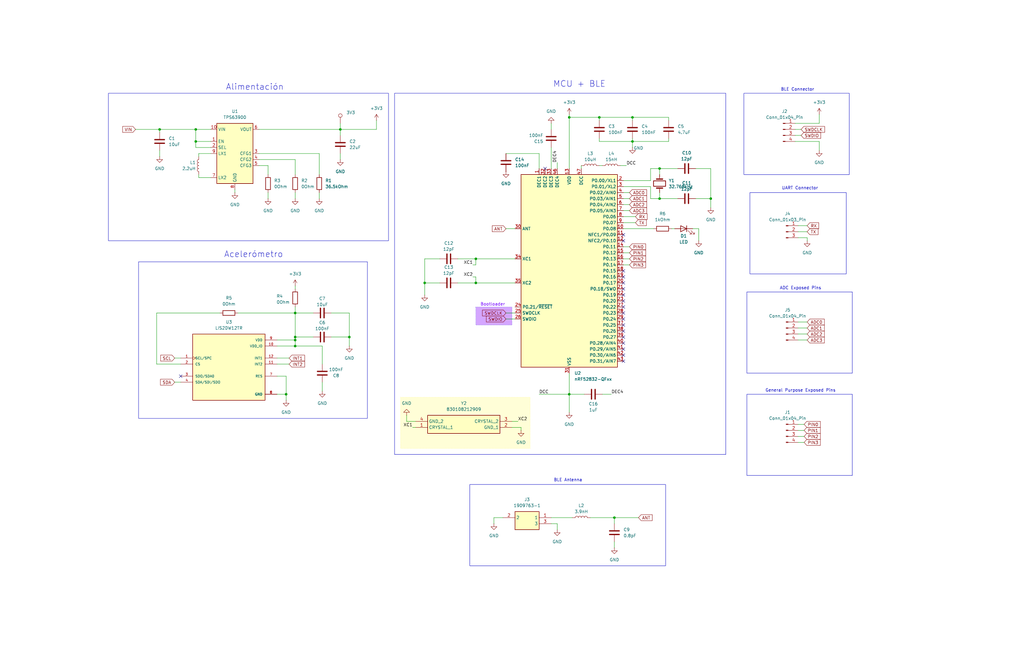
<source format=kicad_sch>
(kicad_sch (version 20231120) (generator "eeschema") (generator_version "8.0")
  (paper "B")
  (lib_symbols
    (symbol "1909763:1909763-1"
      (property "Reference" "J" (at 16.51 7.62 0))
      (property "Value" "1909763-1" (at 16.51 5.08 0))
      (symbol "1909763-1_1_1"
        (pin passive line (at 20.32 0 180) (length 5.08) (name "1") (number "1"))
        (pin passive line (at 0 0 0) (length 5.08) (name "2") (number "2"))
        (pin passive line (at 20.32 -2.54 180) (length 5.08) (name "3") (number "3"))
      )
    )
    (symbol "830108212909:830108212909"
      (property "Reference" "Y" (at 36.83 7.62 0))
      (property "Value" "830108212909" (at 36.83 5.08 0))
      (symbol "830108212909_1_1"
        (pin passive line (at 0 -2.54 0) (length 5.08) (name "CRYSTAL_1") (number "1"))
        (pin passive line (at 40.64 -2.54 180) (length 5.08) (name "GND_1") (number "2"))
        (pin passive line (at 40.64 0 180) (length 5.08) (name "CRYSTAL_2") (number "3"))
        (pin passive line (at 0 0 0) (length 5.08) (name "GND_2") (number "4"))
      )
    )
    (symbol "Connector:Conn_01x03_Pin" (pin_names (offset 1.016) hide)
      (property "Reference" "J" (at 0 5.08 0))
      (property "Value" "Conn_01x03_Pin" (at 0 -5.08 0))
      (symbol "Conn_01x03_Pin_1_1"
        (pin passive line (at 5.08 2.54 180) (length 3.81) (name "Pin_1") (number "1"))
        (pin passive line (at 5.08 0 180) (length 3.81) (name "Pin_2") (number "2"))
        (pin passive line (at 5.08 -2.54 180) (length 3.81) (name "Pin_3") (number "3"))
      )
    )
    (symbol "Connector:Conn_01x04_Pin" (pin_names (offset 1.016) hide)
      (property "Reference" "J" (at 0 5.08 0))
      (property "Value" "Conn_01x04_Pin" (at 0 -7.62 0))
      (symbol "Conn_01x04_Pin_1_1"
        (pin passive line (at 5.08 2.54 180) (length 3.81) (name "Pin_1") (number "1"))
        (pin passive line (at 5.08 0 180) (length 3.81) (name "Pin_2") (number "2"))
        (pin passive line (at 5.08 -2.54 180) (length 3.81) (name "Pin_3") (number "3"))
        (pin passive line (at 5.08 -5.08 180) (length 3.81) (name "Pin_4") (number "4"))
      )
    )
    (symbol "Connector:TestPoint" (pin_numbers hide) (pin_names (offset 0.762) hide)
      (property "Reference" "TP" (at 0 6.858 0))
      (property "Value" "TestPoint" (at 0 5.08 0))
      (symbol "TestPoint_1_1"
        (pin passive line (at 0 0 90) (length 2.54) (name "1") (number "1"))
      )
    )
    (symbol "Device:C" (pin_numbers hide) (pin_names (offset 0.254))
      (property "Reference" "C" (at 0.635 2.54 0))
      (property "Value" "C" (at 0.635 -2.54 0))
      (symbol "C_1_1"
        (pin passive line (at 0 3.81 270) (length 2.794) (name "~") (number "1"))
        (pin passive line (at 0 -3.81 90) (length 2.794) (name "~") (number "2"))
      )
    )
    (symbol "Device:Crystal" (pin_numbers hide) (pin_names (offset 1.016) hide)
      (property "Reference" "Y" (at 0 3.81 0))
      (property "Value" "Crystal" (at 0 -3.81 0))
      (symbol "Crystal_1_1"
        (pin passive line (at -3.81 0 0) (length 1.27) (name "1") (number "1"))
        (pin passive line (at 3.81 0 180) (length 1.27) (name "2") (number "2"))
      )
    )
    (symbol "Device:L" (pin_numbers hide) (pin_names (offset 1.016) hide)
      (property "Reference" "L" (at -1.27 0 90))
      (property "Value" "L" (at 1.905 0 90))
      (symbol "L_1_1"
        (pin passive line (at 0 3.81 270) (length 1.27) (name "1") (number "1"))
        (pin passive line (at 0 -3.81 90) (length 1.27) (name "2") (number "2"))
      )
    )
    (symbol "Device:LED" (pin_numbers hide) (pin_names (offset 1.016) hide)
      (property "Reference" "D" (at 0 2.54 0))
      (property "Value" "LED" (at 0 -2.54 0))
      (symbol "LED_1_1"
        (pin passive line (at -3.81 0 0) (length 2.54) (name "K") (number "1"))
        (pin passive line (at 3.81 0 180) (length 2.54) (name "A") (number "2"))
      )
    )
    (symbol "Device:R" (pin_numbers hide) (pin_names (offset 0))
      (property "Reference" "R" (at 2.032 0 90))
      (property "Value" "R" (at 0 0 90))
      (symbol "R_1_1"
        (pin passive line (at 0 3.81 270) (length 1.27) (name "~") (number "1"))
        (pin passive line (at 0 -3.81 90) (length 1.27) (name "~") (number "2"))
      )
    )
    (symbol "LIS2DW12TR:LIS2DW12TR" (pin_names (offset 1.016))
      (property "Reference" "U" (at -15.2439 12.7032 0))
      (property "Value" "LIS2DW12TR" (at -15.2494 -17.7909 0))
      (symbol "LIS2DW12TR_0_0"
        (pin input clock (at -20.32 2.54 0) (length 5.08) (name "SCL/SPC") (number "1"))
        (pin power_in line (at 20.32 7.62 180) (length 5.08) (name "VDD_IO") (number "10"))
        (pin output line (at 20.32 0 180) (length 5.08) (name "INT2") (number "11"))
        (pin output line (at 20.32 2.54 180) (length 5.08) (name "INT1") (number "12"))
        (pin input line (at -20.32 0 0) (length 5.08) (name "CS") (number "2"))
        (pin bidirectional line (at -20.32 -5.08 0) (length 5.08) (name "SDO/SDA0") (number "3"))
        (pin bidirectional line (at -20.32 -7.62 0) (length 5.08) (name "SDA/SDI/SDO") (number "4"))
        (pin power_in line (at 20.32 -12.7 180) (length 5.08) (name "GND") (number "6"))
        (pin passive line (at 20.32 -5.08 180) (length 5.08) (name "RES") (number "7"))
        (pin power_in line (at 20.32 -12.7 180) (length 5.08) (name "GND") (number "8"))
        (pin power_in line (at 20.32 10.16 180) (length 5.08) (name "VDD") (number "9"))
      )
    )
    (symbol "MCU_Nordic:nRF52832-QFxx"
      (property "Reference" "U" (at 0 1.27 0))
      (property "Value" "nRF52832-QFxx" (at 0 -1.27 0))
      (symbol "nRF52832-QFxx_1_1"
        (pin passive line (at -12.7 43.18 270) (length 2.54) (name "DEC1") (number "1"))
        (pin bidirectional line (at 22.86 17.78 180) (length 2.54) (name "P0.08") (number "10"))
        (pin bidirectional line (at 22.86 15.24 180) (length 2.54) (name "NFC1/P0.09") (number "11"))
        (pin bidirectional line (at 22.86 12.7 180) (length 2.54) (name "NFC2/P0.10") (number "12"))
        (pin power_in line (at 0 43.18 270) (length 2.54) (name "VDD") (number "13"))
        (pin bidirectional line (at 22.86 10.16 180) (length 2.54) (name "P0.11") (number "14"))
        (pin bidirectional line (at 22.86 7.62 180) (length 2.54) (name "P0.12") (number "15"))
        (pin bidirectional line (at 22.86 5.08 180) (length 2.54) (name "P0.13") (number "16"))
        (pin bidirectional line (at 22.86 2.54 180) (length 2.54) (name "P0.14") (number "17"))
        (pin bidirectional line (at 22.86 0 180) (length 2.54) (name "P0.15") (number "18"))
        (pin bidirectional line (at 22.86 -2.54 180) (length 2.54) (name "P0.16") (number "19"))
        (pin bidirectional line (at 22.86 38.1 180) (length 2.54) (name "P0.00/XL1") (number "2"))
        (pin bidirectional line (at 22.86 -5.08 180) (length 2.54) (name "P0.17") (number "20"))
        (pin bidirectional line (at 22.86 -7.62 180) (length 2.54) (name "P0.18/SWO") (number "21"))
        (pin bidirectional line (at 22.86 -10.16 180) (length 2.54) (name "P0.19") (number "22"))
        (pin bidirectional line (at 22.86 -12.7 180) (length 2.54) (name "P0.20") (number "23"))
        (pin bidirectional line (at -22.86 -15.24 0) (length 2.54) (name "P0.21/~{RESET}") (number "24"))
        (pin input line (at -22.86 -17.78 0) (length 2.54) (name "SWDCLK") (number "25"))
        (pin bidirectional line (at -22.86 -20.32 0) (length 2.54) (name "SWDIO") (number "26"))
        (pin bidirectional line (at 22.86 -15.24 180) (length 2.54) (name "P0.22") (number "27"))
        (pin bidirectional line (at 22.86 -17.78 180) (length 2.54) (name "P0.23") (number "28"))
        (pin bidirectional line (at 22.86 -20.32 180) (length 2.54) (name "P0.24") (number "29"))
        (pin bidirectional line (at 22.86 35.56 180) (length 2.54) (name "P0.01/XL2") (number "3"))
        (pin passive line (at -22.86 17.78 0) (length 2.54) (name "ANT") (number "30"))
        (pin power_in line (at 0 -43.18 90) (length 2.54) (name "VSS") (number "31"))
        (pin passive line (at -10.16 43.18 270) (length 2.54) (name "DEC2") (number "32"))
        (pin passive line (at -7.62 43.18 270) (length 2.54) (name "DEC3") (number "33"))
        (pin input line (at -22.86 5.08 0) (length 2.54) (name "XC1") (number "34"))
        (pin input line (at -22.86 -5.08 0) (length 2.54) (name "XC2") (number "35"))
        (pin passive line (at 0 43.18 270) (length 2.54) hide (name "VDD") (number "36"))
        (pin bidirectional line (at 22.86 -22.86 180) (length 2.54) (name "P0.25") (number "37"))
        (pin bidirectional line (at 22.86 -25.4 180) (length 2.54) (name "P0.26") (number "38"))
        (pin bidirectional line (at 22.86 -27.94 180) (length 2.54) (name "P0.27") (number "39"))
        (pin bidirectional line (at 22.86 33.02 180) (length 2.54) (name "P0.02/AIN0") (number "4"))
        (pin bidirectional line (at 22.86 -30.48 180) (length 2.54) (name "P0.28/AIN4") (number "40"))
        (pin bidirectional line (at 22.86 -33.02 180) (length 2.54) (name "P0.29/AIN5") (number "41"))
        (pin bidirectional line (at 22.86 -35.56 180) (length 2.54) (name "P0.30/AIN6") (number "42"))
        (pin bidirectional line (at 22.86 -38.1 180) (length 2.54) (name "P0.31/AIN7") (number "43"))
        (pin no_connect line (at -20.32 -30.48 0) (length 2.54) hide (name "NC") (number "44"))
        (pin passive line (at 0 -43.18 90) (length 2.54) hide (name "VSS") (number "45"))
        (pin passive line (at -5.08 43.18 270) (length 2.54) (name "DEC4") (number "46"))
        (pin power_out line (at 5.08 43.18 270) (length 2.54) (name "DCC") (number "47"))
        (pin passive line (at 0 43.18 270) (length 2.54) hide (name "VDD") (number "48"))
        (pin passive line (at 0 -43.18 90) (length 2.54) hide (name "VSS") (number "49"))
        (pin bidirectional line (at 22.86 30.48 180) (length 2.54) (name "P0.03/AIN1") (number "5"))
        (pin bidirectional line (at 22.86 27.94 180) (length 2.54) (name "P0.04/AIN2") (number "6"))
        (pin bidirectional line (at 22.86 25.4 180) (length 2.54) (name "P0.05/AIN3") (number "7"))
        (pin bidirectional line (at 22.86 22.86 180) (length 2.54) (name "P0.06") (number "8"))
        (pin bidirectional line (at 22.86 20.32 180) (length 2.54) (name "P0.07") (number "9"))
      )
    )
    (symbol "Regulator_Switching:TPS63900"
      (property "Reference" "U" (at -7.62 13.97 0))
      (property "Value" "TPS63900" (at 5.08 13.97 0))
      (symbol "TPS63900_1_1"
        (pin input line (at -10.16 5.08 0) (length 2.54) (name "EN") (number "1"))
        (pin power_in line (at -10.16 10.16 0) (length 2.54) (name "VIN") (number "10"))
        (pin passive line (at 0 -15.24 90) (length 2.54) hide (name "GND") (number "11"))
        (pin input line (at -10.16 2.54 0) (length 2.54) (name "SEL") (number "2"))
        (pin input line (at 10.16 0 180) (length 2.54) (name "CFG1") (number "3"))
        (pin input line (at 10.16 -2.54 180) (length 2.54) (name "CFG2") (number "4"))
        (pin input line (at 10.16 -5.08 180) (length 2.54) (name "CFG3") (number "5"))
        (pin power_out line (at 10.16 10.16 180) (length 2.54) (name "VOUT") (number "6"))
        (pin input line (at -10.16 -10.16 0) (length 2.54) (name "LX2") (number "7"))
        (pin power_in line (at 0 -15.24 90) (length 2.54) (name "GND") (number "8"))
        (pin input line (at -10.16 0 0) (length 2.54) (name "LX1") (number "9"))
      )
    )
    (symbol "power:+3V3" (power) (pin_numbers hide) (pin_names (offset 0) hide)
      (property "Value" "+3V3" (at 0 3.556 0))
      (symbol "+3V3_1_1"
        (pin power_in line (at 0 0 90) (length 0) (name "~") (number "1"))
      )
    )
    (symbol "power:GND" (power) (pin_numbers hide) (pin_names (offset 0) hide)
      (property "Value" "GND" (at 0 -3.81 0))
      (symbol "GND_1_1"
        (pin power_in line (at 0 0 270) (length 0) (name "~") (number "1"))
      )
    )
  )
  (junction (at 299.72 83.82))
  (junction (at 252.73 49.53))
  (junction (at 124.46 143.51))
  (junction (at 200.66 119.38))
  (junction (at 266.7 59.69))
  (junction (at 124.46 142.24))
  (junction (at 143.51 54.61))
  (junction (at 147.32 142.24))
  (junction (at 179.07 119.38))
  (junction (at 82.55 59.69))
  (junction (at 124.46 146.05))
  (junction (at 266.7 49.53))
  (junction (at 67.31 54.61))
  (junction (at 200.66 109.22))
  (junction (at 240.03 166.37))
  (junction (at 278.13 71.12))
  (junction (at 240.03 49.53))
  (junction (at 259.08 218.44))
  (junction (at 120.65 166.37))
  (junction (at 124.46 132.08))
  (junction (at 82.55 54.61))
  (junction (at 278.13 83.82))
  (no_connect (at 229.87 71.12))
  (no_connect (at 262.89 129.54))
  (no_connect (at 262.89 137.16))
  (no_connect (at 262.89 124.46))
  (no_connect (at 262.89 127))
  (no_connect (at 262.89 144.78))
  (no_connect (at 262.89 139.7))
  (no_connect (at 262.89 134.62))
  (no_connect (at 262.89 101.6))
  (no_connect (at 76.2 158.75))
  (no_connect (at 262.89 119.38))
  (no_connect (at 262.89 149.86))
  (no_connect (at 262.89 116.84))
  (no_connect (at 262.89 114.3))
  (no_connect (at 262.89 132.08))
  (no_connect (at 262.89 152.4))
  (no_connect (at 262.89 142.24))
  (no_connect (at 262.89 121.92))
  (no_connect (at 262.89 99.06))
  (no_connect (at 262.89 147.32))
  (wire (pts (xy 124.46 129.54) (xy 124.46 132.08)))
  (wire (pts (xy 88.9 74.93) (xy 83.82 74.93)))
  (wire (pts (xy 294.64 96.52) (xy 294.64 101.6)))
  (wire (pts (xy 240.03 166.37) (xy 240.03 173.99)))
  (wire (pts (xy 199.39 116.84) (xy 200.66 116.84)))
  (wire (pts (xy 124.46 142.24) (xy 124.46 143.51)))
  (wire (pts (xy 212.09 218.44) (xy 208.28 218.44)))
  (wire (pts (xy 262.89 96.52) (xy 275.59 96.52)))
  (wire (pts (xy 261.62 69.85) (xy 264.16 69.85)))
  (wire (pts (xy 135.89 161.29) (xy 135.89 165.1)))
  (wire (pts (xy 232.41 220.98) (xy 234.95 220.98)))
  (wire (pts (xy 73.66 151.13) (xy 76.2 151.13)))
  (wire (pts (xy 340.36 100.33) (xy 340.36 101.6)))
  (wire (pts (xy 158.75 50.8) (xy 158.75 54.61)))
  (wire (pts (xy 281.94 58.42) (xy 281.94 59.69)))
  (wire (pts (xy 139.7 142.24) (xy 147.32 142.24)))
  (wire (pts (xy 82.55 54.61) (xy 88.9 54.61)))
  (wire (pts (xy 143.51 64.77) (xy 143.51 67.31)))
  (wire (pts (xy 299.72 83.82) (xy 299.72 87.63)))
  (wire (pts (xy 259.08 228.6) (xy 259.08 231.14)))
  (wire (pts (xy 262.89 83.82) (xy 265.43 83.82)))
  (wire (pts (xy 336.55 95.25) (xy 340.36 95.25)))
  (wire (pts (xy 227.33 71.12) (xy 227.33 64.77)))
  (wire (pts (xy 262.89 93.98) (xy 267.97 93.98)))
  (wire (pts (xy 274.32 76.2) (xy 274.32 71.12)))
  (wire (pts (xy 262.89 91.44) (xy 267.97 91.44)))
  (wire (pts (xy 83.82 74.93) (xy 83.82 73.66)))
  (wire (pts (xy 257.81 166.37) (xy 254 166.37)))
  (wire (pts (xy 336.55 138.43) (xy 340.36 138.43)))
  (wire (pts (xy 245.11 71.12) (xy 245.11 69.85)))
  (wire (pts (xy 124.46 142.24) (xy 132.08 142.24)))
  (wire (pts (xy 252.73 49.53) (xy 240.03 49.53)))
  (wire (pts (xy 252.73 69.85) (xy 254 69.85)))
  (wire (pts (xy 124.46 146.05) (xy 124.46 143.51)))
  (wire (pts (xy 100.33 132.08) (xy 124.46 132.08)))
  (wire (pts (xy 113.03 81.28) (xy 113.03 83.82)))
  (wire (pts (xy 274.32 71.12) (xy 278.13 71.12)))
  (wire (pts (xy 252.73 59.69) (xy 266.7 59.69)))
  (wire (pts (xy 88.9 59.69) (xy 82.55 59.69)))
  (wire (pts (xy 124.46 120.65) (xy 124.46 121.92)))
  (wire (pts (xy 147.32 132.08) (xy 147.32 142.24)))
  (wire (pts (xy 213.36 132.08) (xy 217.17 132.08)))
  (wire (pts (xy 345.44 52.07) (xy 345.44 48.26)))
  (wire (pts (xy 124.46 132.08) (xy 132.08 132.08)))
  (wire (pts (xy 278.13 71.12) (xy 285.75 71.12)))
  (wire (pts (xy 259.08 218.44) (xy 269.24 218.44)))
  (wire (pts (xy 82.55 62.23) (xy 82.55 59.69)))
  (wire (pts (xy 262.89 104.14) (xy 265.43 104.14)))
  (wire (pts (xy 278.13 83.82) (xy 278.13 81.28)))
  (wire (pts (xy 185.42 119.38) (xy 179.07 119.38)))
  (wire (pts (xy 200.66 116.84) (xy 200.66 119.38)))
  (wire (pts (xy 116.84 151.13) (xy 121.92 151.13)))
  (wire (pts (xy 143.51 52.07) (xy 143.51 54.61)))
  (wire (pts (xy 215.9 177.8) (xy 218.44 177.8)))
  (wire (pts (xy 336.55 135.89) (xy 340.36 135.89)))
  (wire (pts (xy 262.89 106.68) (xy 265.43 106.68)))
  (wire (pts (xy 109.22 69.85) (xy 113.03 69.85)))
  (wire (pts (xy 345.44 59.69) (xy 345.44 63.5)))
  (wire (pts (xy 116.84 158.75) (xy 120.65 158.75)))
  (wire (pts (xy 143.51 54.61) (xy 143.51 57.15)))
  (wire (pts (xy 66.04 153.67) (xy 66.04 132.08)))
  (wire (pts (xy 227.33 166.37) (xy 240.03 166.37)))
  (wire (pts (xy 262.89 81.28) (xy 265.43 81.28)))
  (wire (pts (xy 193.04 109.22) (xy 200.66 109.22)))
  (wire (pts (xy 73.66 161.29) (xy 76.2 161.29)))
  (wire (pts (xy 124.46 132.08) (xy 124.46 142.24)))
  (wire (pts (xy 335.28 57.15) (xy 337.82 57.15)))
  (wire (pts (xy 262.89 86.36) (xy 265.43 86.36)))
  (wire (pts (xy 67.31 63.5) (xy 67.31 66.04)))
  (wire (pts (xy 67.31 54.61) (xy 82.55 54.61)))
  (wire (pts (xy 240.03 48.26) (xy 240.03 49.53)))
  (wire (pts (xy 199.39 111.76) (xy 200.66 111.76)))
  (wire (pts (xy 124.46 81.28) (xy 124.46 83.82)))
  (wire (pts (xy 336.55 181.61) (xy 339.09 181.61)))
  (wire (pts (xy 147.32 142.24) (xy 147.32 146.05)))
  (wire (pts (xy 109.22 67.31) (xy 124.46 67.31)))
  (wire (pts (xy 173.99 180.34) (xy 175.26 180.34)))
  (wire (pts (xy 83.82 64.77) (xy 83.82 66.04)))
  (wire (pts (xy 134.62 81.28) (xy 134.62 83.82)))
  (wire (pts (xy 336.55 184.15) (xy 339.09 184.15)))
  (wire (pts (xy 262.89 76.2) (xy 274.32 76.2)))
  (wire (pts (xy 232.41 71.12) (xy 232.41 62.23)))
  (wire (pts (xy 283.21 96.52) (xy 284.48 96.52)))
  (wire (pts (xy 217.17 119.38) (xy 200.66 119.38)))
  (wire (pts (xy 213.36 96.52) (xy 217.17 96.52)))
  (wire (pts (xy 116.84 146.05) (xy 124.46 146.05)))
  (wire (pts (xy 281.94 49.53) (xy 266.7 49.53)))
  (wire (pts (xy 278.13 83.82) (xy 285.75 83.82)))
  (wire (pts (xy 281.94 50.8) (xy 281.94 49.53)))
  (wire (pts (xy 262.89 78.74) (xy 274.32 78.74)))
  (wire (pts (xy 266.7 59.69) (xy 266.7 62.23)))
  (wire (pts (xy 336.55 179.07) (xy 339.09 179.07)))
  (wire (pts (xy 109.22 64.77) (xy 134.62 64.77)))
  (wire (pts (xy 57.15 54.61) (xy 67.31 54.61)))
  (wire (pts (xy 335.28 52.07) (xy 345.44 52.07)))
  (wire (pts (xy 116.84 166.37) (xy 120.65 166.37)))
  (wire (pts (xy 143.51 54.61) (xy 158.75 54.61)))
  (wire (pts (xy 232.41 218.44) (xy 241.3 218.44)))
  (wire (pts (xy 293.37 71.12) (xy 299.72 71.12)))
  (wire (pts (xy 262.89 109.22) (xy 265.43 109.22)))
  (wire (pts (xy 67.31 54.61) (xy 67.31 55.88)))
  (wire (pts (xy 262.89 111.76) (xy 265.43 111.76)))
  (wire (pts (xy 179.07 119.38) (xy 179.07 124.46)))
  (wire (pts (xy 124.46 67.31) (xy 124.46 73.66)))
  (wire (pts (xy 200.66 109.22) (xy 200.66 111.76)))
  (wire (pts (xy 240.03 49.53) (xy 240.03 71.12)))
  (wire (pts (xy 299.72 71.12) (xy 299.72 83.82)))
  (wire (pts (xy 240.03 166.37) (xy 246.38 166.37)))
  (wire (pts (xy 266.7 50.8) (xy 266.7 49.53)))
  (wire (pts (xy 171.45 177.8) (xy 175.26 177.8)))
  (wire (pts (xy 266.7 49.53) (xy 252.73 49.53)))
  (wire (pts (xy 116.84 153.67) (xy 121.92 153.67)))
  (wire (pts (xy 217.17 109.22) (xy 200.66 109.22)))
  (wire (pts (xy 281.94 59.69) (xy 266.7 59.69)))
  (wire (pts (xy 336.55 143.51) (xy 340.36 143.51)))
  (wire (pts (xy 336.55 140.97) (xy 340.36 140.97)))
  (wire (pts (xy 124.46 146.05) (xy 135.89 146.05)))
  (wire (pts (xy 134.62 73.66) (xy 134.62 64.77)))
  (wire (pts (xy 274.32 83.82) (xy 278.13 83.82)))
  (wire (pts (xy 266.7 58.42) (xy 266.7 59.69)))
  (wire (pts (xy 219.71 180.34) (xy 219.71 181.61)))
  (wire (pts (xy 124.46 143.51) (xy 116.84 143.51)))
  (wire (pts (xy 336.55 186.69) (xy 339.09 186.69)))
  (wire (pts (xy 293.37 83.82) (xy 299.72 83.82)))
  (wire (pts (xy 262.89 88.9) (xy 265.43 88.9)))
  (wire (pts (xy 335.28 54.61) (xy 337.82 54.61)))
  (wire (pts (xy 234.95 220.98) (xy 234.95 223.52)))
  (wire (pts (xy 240.03 157.48) (xy 240.03 166.37)))
  (wire (pts (xy 336.55 97.79) (xy 340.36 97.79)))
  (wire (pts (xy 232.41 52.07) (xy 232.41 54.61)))
  (wire (pts (xy 120.65 158.75) (xy 120.65 166.37)))
  (wire (pts (xy 113.03 69.85) (xy 113.03 73.66)))
  (wire (pts (xy 88.9 64.77) (xy 83.82 64.77)))
  (wire (pts (xy 120.65 166.37) (xy 120.65 168.91)))
  (wire (pts (xy 185.42 109.22) (xy 179.07 109.22)))
  (wire (pts (xy 274.32 78.74) (xy 274.32 83.82)))
  (wire (pts (xy 179.07 109.22) (xy 179.07 119.38)))
  (wire (pts (xy 259.08 218.44) (xy 259.08 220.98)))
  (wire (pts (xy 227.33 64.77) (xy 213.36 64.77)))
  (wire (pts (xy 252.73 58.42) (xy 252.73 59.69)))
  (wire (pts (xy 82.55 59.69) (xy 82.55 54.61)))
  (wire (pts (xy 208.28 218.44) (xy 208.28 220.98)))
  (wire (pts (xy 248.92 218.44) (xy 259.08 218.44)))
  (wire (pts (xy 335.28 59.69) (xy 345.44 59.69)))
  (wire (pts (xy 193.04 119.38) (xy 200.66 119.38)))
  (wire (pts (xy 171.45 175.26) (xy 171.45 177.8)))
  (wire (pts (xy 88.9 62.23) (xy 82.55 62.23)))
  (wire (pts (xy 292.1 96.52) (xy 294.64 96.52)))
  (wire (pts (xy 66.04 153.67) (xy 76.2 153.67)))
  (wire (pts (xy 234.95 68.58) (xy 234.95 71.12)))
  (wire (pts (xy 215.9 180.34) (xy 219.71 180.34)))
  (wire (pts (xy 336.55 100.33) (xy 340.36 100.33)))
  (wire (pts (xy 99.06 80.01) (xy 99.06 81.28)))
  (wire (pts (xy 139.7 132.08) (xy 147.32 132.08)))
  (wire (pts (xy 135.89 153.67) (xy 135.89 146.05)))
  (wire (pts (xy 252.73 50.8) (xy 252.73 49.53)))
  (wire (pts (xy 66.04 132.08) (xy 92.71 132.08)))
  (wire (pts (xy 213.36 134.62) (xy 217.17 134.62)))
  (wire (pts (xy 278.13 71.12) (xy 278.13 73.66)))
  (wire (pts (xy 109.22 54.61) (xy 143.51 54.61)))
  (rectangle (start 200.66 129.54) (end 215.9 137.16) (stroke (width 0) (type dot)) (fill (type color) (color 133 0 255 0.35)))
  (rectangle (start 198.12 204.47) (end 280.67 238.76))
  (rectangle (start 166.37 39.37) (end 306.07 191.77))
  (rectangle (start 316.23 81.28) (end 356.87 115.57))
  (rectangle (start 58.42 110.49) (end 154.94 176.53))
  (rectangle (start 314.96 123.19) (end 359.41 157.48))
  (rectangle (start 168.91 167.64) (end 223.52 189.23) (stroke (width 0) (type dot) (color 255 243 54 1)) (fill (type color) (color 255 246 3 0.16)))
  (rectangle (start 45.72 39.37) (end 163.83 101.6))
  (rectangle (start 314.96 166.37) (end 359.41 200.66))
  (rectangle (start 313.69 39.37) (end 358.14 73.66))
  (text "UART Connector\n" (at 337.312 79.502 0) (effects (font (size 1.27 1.27))))
  (text "MCU + BLE" (at 244.348 35.56 0) (effects (font (size 2.54 2.54))))
  (text "Alimentación" (at 107.442 36.83 0) (effects (font (size 2.54 2.54))))
  (text "BLE Connector" (at 336.296 37.846 0) (effects (font (size 1.27 1.27))))
  (text "BLE Antenna\n" (at 239.522 202.692 0) (effects (font (size 1.27 1.27))))
  (text "ADC Exposed Pins\n" (at 337.566 121.666 0) (effects (font (size 1.27 1.27))))
  (text "Acelerómetro" (at 106.934 107.442 0) (effects (font (size 2.54 2.54))))
  (text "Bootloader" (at 207.772 128.524 0) (effects (font (size 1.27 1.27))))
  (text "General Purpose Exposed Pins\n" (at 337.566 164.846 0) (effects (font (size 1.27 1.27))))
  (label "XC2" (at 218.44 177.8 0))
  (label "XC1" (at 199.39 111.76 180))
  (label "XC2" (at 199.39 116.84 180))
  (label "DCC" (at 227.33 166.37 0))
  (label "DEC4" (at 257.81 166.37 0))
  (label "XC1" (at 173.99 180.34 180))
  (label "DEC4" (at 234.95 68.58 90))
  (label "DCC" (at 264.16 69.85 0))
  (global_label "SDA" (shape input) (at 73.66 161.29 180) (property "Intersheetrefs" "${INTERSHEET_REFS}" (effects (hide yes))))
  (global_label "ADC0" (shape input) (at 265.43 81.28 0) (property "Intersheetrefs" "${INTERSHEET_REFS}" (effects (hide yes))))
  (global_label "PIN3" (shape input) (at 339.09 186.69 0) (property "Intersheetrefs" "${INTERSHEET_REFS}" (effects (hide yes))))
  (global_label "ADC0" (shape input) (at 340.36 135.89 0) (property "Intersheetrefs" "${INTERSHEET_REFS}" (effects (hide yes))))
  (global_label "ADC2" (shape input) (at 265.43 86.36 0) (property "Intersheetrefs" "${INTERSHEET_REFS}" (effects (hide yes))))
  (global_label "PIN0" (shape input) (at 265.43 104.14 0) (property "Intersheetrefs" "${INTERSHEET_REFS}" (effects (hide yes))))
  (global_label "ANT" (shape input) (at 213.36 96.52 180) (property "Intersheetrefs" "${INTERSHEET_REFS}" (effects (hide yes))))
  (global_label "INT1" (shape input) (at 121.92 151.13 0) (property "Intersheetrefs" "${INTERSHEET_REFS}" (effects (hide yes))))
  (global_label "VIN" (shape input) (at 57.15 54.61 180) (property "Intersheetrefs" "${INTERSHEET_REFS}" (effects (hide yes))))
  (global_label "SWDCLK" (shape input) (at 213.36 132.08 180) (property "Intersheetrefs" "${INTERSHEET_REFS}" (effects (hide yes))))
  (global_label "TX" (shape input) (at 340.36 97.79 0) (property "Intersheetrefs" "${INTERSHEET_REFS}" (effects (hide yes))))
  (global_label "PIN2" (shape input) (at 265.43 109.22 0) (property "Intersheetrefs" "${INTERSHEET_REFS}" (effects (hide yes))))
  (global_label "ADC1" (shape input) (at 265.43 83.82 0) (property "Intersheetrefs" "${INTERSHEET_REFS}" (effects (hide yes))))
  (global_label "PIN1" (shape input) (at 339.09 181.61 0) (property "Intersheetrefs" "${INTERSHEET_REFS}" (effects (hide yes))))
  (global_label "ANT" (shape input) (at 269.24 218.44 0) (property "Intersheetrefs" "${INTERSHEET_REFS}" (effects (hide yes))))
  (global_label "SWDCLK" (shape input) (at 337.82 54.61 0) (property "Intersheetrefs" "${INTERSHEET_REFS}" (effects (hide yes))))
  (global_label "PIN3" (shape input) (at 265.43 111.76 0) (property "Intersheetrefs" "${INTERSHEET_REFS}" (effects (hide yes))))
  (global_label "SCL" (shape input) (at 73.66 151.13 180) (property "Intersheetrefs" "${INTERSHEET_REFS}" (effects (hide yes))))
  (global_label "ADC2" (shape input) (at 340.36 140.97 0) (property "Intersheetrefs" "${INTERSHEET_REFS}" (effects (hide yes))))
  (global_label "PIN1" (shape input) (at 265.43 106.68 0) (property "Intersheetrefs" "${INTERSHEET_REFS}" (effects (hide yes))))
  (global_label "SWDIO" (shape input) (at 337.82 57.15 0) (property "Intersheetrefs" "${INTERSHEET_REFS}" (effects (hide yes))))
  (global_label "RX" (shape input) (at 340.36 95.25 0) (property "Intersheetrefs" "${INTERSHEET_REFS}" (effects (hide yes))))
  (global_label "RX" (shape input) (at 267.97 91.44 0) (property "Intersheetrefs" "${INTERSHEET_REFS}" (effects (hide yes))))
  (global_label "ADC3" (shape input) (at 265.43 88.9 0) (property "Intersheetrefs" "${INTERSHEET_REFS}" (effects (hide yes))))
  (global_label "INT2" (shape input) (at 121.92 153.67 0) (property "Intersheetrefs" "${INTERSHEET_REFS}" (effects (hide yes))))
  (global_label "PIN2" (shape input) (at 339.09 184.15 0) (property "Intersheetrefs" "${INTERSHEET_REFS}" (effects (hide yes))))
  (global_label "SWDIO" (shape input) (at 213.36 134.62 180) (property "Intersheetrefs" "${INTERSHEET_REFS}" (effects (hide yes))))
  (global_label "PIN0" (shape input) (at 339.09 179.07 0) (property "Intersheetrefs" "${INTERSHEET_REFS}" (effects (hide yes))))
  (global_label "TX" (shape input) (at 267.97 93.98 0) (property "Intersheetrefs" "${INTERSHEET_REFS}" (effects (hide yes))))
  (global_label "ADC1" (shape input) (at 340.36 138.43 0) (property "Intersheetrefs" "${INTERSHEET_REFS}" (effects (hide yes))))
  (global_label "ADC3" (shape input) (at 340.36 143.51 0) (property "Intersheetrefs" "${INTERSHEET_REFS}" (effects (hide yes))))
  (symbol (lib_id "Regulator_Switching:TPS63900") (at 99.06 64.77 0) (unit 1)
    (property "Reference" "U1" (at 99.06 46.99 0))
    (property "Value" "TPS63900" (at 99.06 49.53 0))
    (property "Footprint" "Package_SON:WSON-10-1EP_2.5x2.5mm_P0.5mm_EP1.2x2mm_ThermalVias" (effects (hide yes)))
    (property "Datasheet" "https://www.ti.com/lit/ds/symlink/tps63900.pdf" (effects (hide yes)))
    (property "Description" "Buck-Boost Converter, 1.8-5.5V Input Voltage, 0.4A Switch Current, Adjustable 1.8-5V Output Voltage, WSON-10" (effects (hide yes)))
    (property "BOM" "https://www.digikey.com/en/products/detail/texas-instruments/TPS63900DSKR/13535540" (effects (hide yes)))
  )
  (symbol (lib_id "Device:C") (at 232.41 58.42 180) (unit 1)
    (property "Reference" "C15" (at 229.108 59.69 0) (effects (justify left)))
    (property "Value" "100nF" (at 229.108 57.15 0) (effects (justify left)))
    (property "Footprint" "Capacitor_SMD:C_1210_3225Metric" (effects (hide yes)))
    (property "Datasheet" "https://www.knowlescapacitors.com/getmedia/092ca658-af19-46bf-82db-149c2edc538a/KNO_MLCC_Catalog_1-24_R11_sm" (effects (hide yes)))
    (property "Description" "Unpolarized capacitor" (effects (hide yes)))
    (property "BOM" "https://www.digikey.com/es/products/detail/knowles-syfer/1210Y0500104KST/18879780" (effects (hide yes)))
  )
  (symbol (lib_id "Connector:Conn_01x04_Pin") (at 331.47 181.61 0) (unit 1)
    (property "Reference" "J1" (at 332.105 173.99 0))
    (property "Value" "Conn_01x04_Pin" (at 332.105 176.53 0))
    (property "Footprint" "Connector_Molex:Molex_KK-254_AE-6410-04A_1x04_P2.54mm_Vertical" (effects (hide yes)))
    (property "Description" "Generic connector, single row, 01x04, script generated" (effects (hide yes)))
  )
  (symbol (lib_id "power:GND") (at 120.65 168.91 0) (unit 1)
    (property "Reference" "#PWR011" (effects (hide yes)))
    (property "Value" "GND" (at 120.65 173.99 0))
    (property "Description" "Power symbol creates a global label with name \"GND\" , ground" (effects (hide yes)))
  )
  (symbol (lib_id "Device:C") (at 135.89 142.24 90) (unit 1)
    (property "Reference" "C6" (at 135.89 136.144 90))
    (property "Value" "100nF" (at 135.89 138.684 90))
    (property "Footprint" "Capacitor_SMD:C_1210_3225Metric" (effects (hide yes)))
    (property "Datasheet" "https://www.knowlescapacitors.com/getmedia/092ca658-af19-46bf-82db-149c2edc538a/KNO_MLCC_Catalog_1-24_R11_sm" (effects (hide yes)))
    (property "Description" "Unpolarized capacitor" (effects (hide yes)))
    (property "BOM" "https://www.digikey.com/es/products/detail/knowles-syfer/1210Y0500104KST/18879780" (effects (hide yes)))
  )
  (symbol (lib_id "1909763:1909763-1") (at 212.09 218.44 0) (unit 1)
    (property "Reference" "J3" (at 222.25 210.82 0))
    (property "Value" "1909763-1" (at 222.25 213.36 0))
    (property "Footprint" "1909763:1909763-1" (effects (hide yes)))
    (property "Datasheet" "http://www.te.com/commerce/DocumentDelivery/DDEController?Action=srchrtrv&DocNm=1909763&DocType=Customer+Drawing&DocLang=English" (effects (hide yes)))
    (property "Description" "Body Features: Cable Connector Orientation Straight | Body Material Finish Plated | Body Plating Material Gold Flash | Body Underplating Material Nickel | Body Material Copper Alloy | Configuration Features: Number of Positions 1 | Number of Coaxial Contacts 1 | PCB Mount Orientation Vertical | Contact Features: RF Connector Center Contact Material Copper Alloy | RF Connector Center Contact Plating Material Gold | Dimensions: RF Connector Mated Outer Diameter (Approximate) .078 INCH | Profile Height from PC" (effects (hide yes)))
    (property "Mouser Part Number" "571-1909763-1" (effects (hide yes)))
    (property "Mouser Price/Stock" "https://www.mouser.co.uk/ProductDetail/TE-Connectivity-AMP/1909763-1?qs=zR8VgEwoOb2%252BUqFkM9%2F6jQ%3D%3D" (effects (hide yes)))
    (property "Manufacturer_Name" "TE Connectivity" (effects (hide yes)))
    (property "Manufacturer_Part_Number" "1909763-1" (effects (hide yes)))
  )
  (symbol (lib_id "power:GND") (at 135.89 165.1 0) (unit 1)
    (property "Reference" "#PWR014" (effects (hide yes)))
    (property "Value" "GND" (at 135.89 170.18 0))
    (property "Description" "Power symbol creates a global label with name \"GND\" , ground" (effects (hide yes)))
  )
  (symbol (lib_id "power:GND") (at 67.31 66.04 0) (unit 1)
    (property "Reference" "#PWR02" (effects (hide yes)))
    (property "Value" "GND" (at 67.31 71.12 0))
    (property "Description" "Power symbol creates a global label with name \"GND\" , ground" (effects (hide yes)))
  )
  (symbol (lib_id "power:GND") (at 345.44 63.5 0) (unit 1)
    (property "Reference" "#PWR016" (effects (hide yes)))
    (property "Value" "GND" (at 345.44 68.58 0))
    (property "Description" "Power symbol creates a global label with name \"GND\" , ground" (effects (hide yes)))
  )
  (symbol (lib_id "Device:LED") (at 288.29 96.52 0) (mirror y) (unit 1)
    (property "Reference" "D1" (at 288.29 99.568 0))
    (property "Value" "LED" (at 288.29 102.108 0))
    (property "Footprint" "LED_SMD:LED_0603_1608Metric" (effects (hide yes)))
    (property "Datasheet" "https://www.rohm.com/datasheet?p=SMLD12EN1W&dist=Mouser&media=referral&source=mouser.com&campaign=Mouser" (effects (hide yes)))
    (property "Description" "Light emitting diode" (effects (hide yes)))
    (property "BOM" "https://co.mouser.com/ProductDetail/ROHM-Semiconductor/SMLD12EN1WT86?qs=qSfuJ%252Bfl%2Fd4fR%252B9yZydIwg%3D%3D" (effects (hide yes)))
  )
  (symbol (lib_id "Device:L") (at 257.81 69.85 90) (unit 1)
    (property "Reference" "L4" (at 257.81 64.77 90))
    (property "Value" "15nH" (at 257.81 67.31 90))
    (property "Footprint" "Inductor_SMD:L_0805_2012Metric" (effects (hide yes)))
    (property "Datasheet" "https://www.vishay.com/doc?34115" (effects (hide yes)))
    (property "Description" "Inductor" (effects (hide yes)))
    (property "BOM" "https://co.mouser.com/ProductDetail/Vishay-Dale/IMC0805ER15NJ01?qs=sGAEpiMZZMv126LJFLh8y3bcTpjKAxlHX43npXMtz%2FI%3D" (effects (hide yes)))
  )
  (symbol (lib_id "Connector:Conn_01x04_Pin") (at 331.47 138.43 0) (unit 1)
    (property "Reference" "J5" (at 332.105 130.81 0))
    (property "Value" "Conn_01x04_Pin" (at 332.105 133.35 0))
    (property "Footprint" "Connector_Molex:Molex_KK-254_AE-6410-04A_1x04_P2.54mm_Vertical" (effects (hide yes)))
    (property "Description" "Generic connector, single row, 01x04, script generated" (effects (hide yes)))
  )
  (symbol (lib_id "Device:R") (at 134.62 77.47 0) (unit 1)
    (property "Reference" "R1" (at 137.16 76.1999 0) (effects (justify left)))
    (property "Value" "36.5kOhm" (at 137.16 78.7399 0) (effects (justify left)))
    (property "Footprint" "Resistor_SMD:R_0603_1608Metric" (effects (hide yes)))
    (property "Datasheet" "https://industrial.panasonic.com/cdbs/www-data/pdf/RDM0000/AOA0000C307.pdf" (effects (hide yes)))
    (property "Description" "Resistor" (effects (hide yes)))
    (property "BOM" "https://www.digikey.com.mx/es/products/detail/panasonic-electronic-components/ERA-3AEB3652V/2026888" (effects (hide yes)))
  )
  (symbol (lib_id "power:GND") (at 171.45 175.26 0) (mirror x) (unit 1)
    (property "Reference" "#PWR027" (effects (hide yes)))
    (property "Value" "GND" (at 171.45 170.18 0))
    (property "Description" "Power symbol creates a global label with name \"GND\" , ground" (effects (hide yes)))
  )
  (symbol (lib_id "power:GND") (at 213.36 72.39 0) (unit 1)
    (property "Reference" "#PWR022" (effects (hide yes)))
    (property "Value" "GND" (at 213.36 77.47 0))
    (property "Description" "Power symbol creates a global label with name \"GND\" , ground" (effects (hide yes)))
  )
  (symbol (lib_id "power:GND") (at 240.03 173.99 0) (unit 1)
    (property "Reference" "#PWR09" (effects (hide yes)))
    (property "Value" "GND" (at 240.03 179.07 0))
    (property "Description" "Power symbol creates a global label with name \"GND\" , ground" (effects (hide yes)))
  )
  (symbol (lib_id "830108212909:830108212909") (at 175.26 177.8 0) (unit 1)
    (property "Reference" "Y2" (at 195.58 170.18 0))
    (property "Value" "830108212909" (at 195.58 172.72 0))
    (property "Footprint" "830108212909" (effects (hide yes)))
    (property "Datasheet" "https://www.we-online.com/components/products/datasheet/830108212909.pdf" (effects (hide yes)))
    (property "Description" "32 MHz +/-10ppm Crystal 8pF 80 Ohms 4-SMD, No Lead" (effects (hide yes)))
    (property "Height" "0.5" (effects (hide yes)))
    (property "Mouser Part Number" "710-830108212909" (effects (hide yes)))
    (property "Mouser Price/Stock" "https://www.mouser.co.uk/ProductDetail/Wurth-Elektronik/830108212909?qs=hWgE7mdIu5R%252BViOXtkJ9ZA%3D%3D" (effects (hide yes)))
    (property "Manufacturer_Name" "Wurth Elektronik" (effects (hide yes)))
    (property "Manufacturer_Part_Number" "830108212909" (effects (hide yes)))
  )
  (symbol (lib_id "Connector:Conn_01x03_Pin") (at 331.47 97.79 0) (unit 1)
    (property "Reference" "J4" (at 332.105 90.17 0))
    (property "Value" "Conn_01x03_Pin" (at 332.105 92.71 0))
    (property "Footprint" "Connector_Molex:Molex_KK-254_AE-6410-03A_1x03_P2.54mm_Vertical" (effects (hide yes)))
    (property "Description" "Generic connector, single row, 01x03, script generated" (effects (hide yes)))
  )
  (symbol (lib_id "LIS2DW12TR:LIS2DW12TR") (at 96.52 153.67 0) (unit 1)
    (property "Reference" "U3" (at 96.52 135.89 0))
    (property "Value" "LIS2DW12TR" (at 96.52 138.43 0))
    (property "Footprint" "LIS2DW12TR:LGA12R50P4X4_200X200X70" (effects (hide yes)))
    (property "MF" "STMicroelectronics" (effects (hide yes)))
    (property "Description_1" "\nAccelerometer X, Y, Z Axis ±2g, 4g, 8g, 16g 400Hz 12-LGA (2x2)\n" (effects (hide yes)))
    (property "Package" "LGA-12 STMicroelectronics" (effects (hide yes)))
    (property "Price" "None" (effects (hide yes)))
    (property "Check_prices" "https://www.snapeda.com/parts/LIS2DW12TR/STMicroelectronics/view-part/?ref=eda" (effects (hide yes)))
    (property "STANDARD" "IPC-7351B" (effects (hide yes)))
    (property "PARTREV" "4" (effects (hide yes)))
    (property "SnapEDA_Link" "https://www.snapeda.com/parts/LIS2DW12TR/STMicroelectronics/view-part/?ref=snap" (effects (hide yes)))
    (property "MP" "LIS2DW12TR" (effects (hide yes)))
    (property "Purchase-URL" "https://www.snapeda.com/api/url_track_click_mouser/?unipart_id=621283&manufacturer=STMicroelectronics&part_name=LIS2DW12TR&search_term=None" (effects (hide yes)))
    (property "Availability" "In Stock" (effects (hide yes)))
    (property "MANUFACTURER" "STMicroelectronics" (effects (hide yes)))
  )
  (symbol (lib_id "Connector:TestPoint") (at 143.51 52.07 0) (unit 1)
    (property "Reference" "3V3" (at 146.05 47.4979 0) (effects (justify left)))
    (property "Footprint" "TestPoint:TestPoint_Pad_D2.0mm" (effects (hide yes)))
    (property "Description" "test point" (effects (hide yes)))
  )
  (symbol (lib_id "Device:R") (at 96.52 132.08 90) (unit 1)
    (property "Reference" "R5" (at 96.52 125.73 90))
    (property "Value" "0Ohm" (at 96.52 128.27 90))
    (property "Footprint" "Resistor_SMD:R_0603_1608Metric" (effects (hide yes)))
    (property "Datasheet" "https://www.seielect.com/catalog/sei-rmcf_rmcp.pdf" (effects (hide yes)))
    (property "Description" "Resistor" (effects (hide yes)))
    (property "BOM" "https://www.digikey.com/en/products/detail/stackpole-electronics-inc/RMCF0603ZT0R00/1756908" (effects (hide yes)))
  )
  (symbol (lib_id "Device:C") (at 250.19 166.37 270) (unit 1)
    (property "Reference" "C16" (at 250.19 170.434 90))
    (property "Value" "1uF" (at 250.19 172.974 90))
    (property "Footprint" "Capacitor_SMD:C_0402_1005Metric" (effects (hide yes)))
    (property "Datasheet" "https://co.mouser.com/datasheet/2/396/TAIYO_YUDEN_04_27_2024_c_mlcc_A_e-3451534.pdf" (effects (hide yes)))
    (property "Description" "Unpolarized capacitor" (effects (hide yes)))
    (property "BOM" "https://co.mouser.com/ProductDetail/TAIYO-YUDEN/MAASL105CD7105MFCA01?qs=sGAEpiMZZMsh%252B1woXyUXj1q1fsExCHc5PyIL98SgIYA%3D" (effects (hide yes)))
  )
  (symbol (lib_id "MCU_Nordic:nRF52832-QFxx") (at 240.03 114.3 0) (unit 1)
    (property "Reference" "U2" (at 242.2241 157.48 0) (effects (justify left)))
    (property "Value" "nRF52832-QFxx" (at 242.2241 160.02 0) (effects (justify left)))
    (property "Footprint" "Package_DFN_QFN:QFN-48-1EP_6x6mm_P0.4mm_EP4.6x4.6mm" (effects (hide yes)))
    (property "Datasheet" "http://infocenter.nordicsemi.com/pdf/nRF52832_PS_v1.4.pdf" (effects (hide yes)))
    (property "Description" "Multiprotocol BLE/2.4GHz Cortex-M4 SoC, QFN-48" (effects (hide yes)))
    (property "BOM" "https://www.digikey.com/es/products/detail/nordic-semiconductor-asa/NRF52832-QFAA-R/5428659" (effects (hide yes)))
  )
  (symbol (lib_id "Device:C") (at 67.31 59.69 0) (unit 1)
    (property "Reference" "C1" (at 71.12 58.4199 0) (effects (justify left)))
    (property "Value" "10uF" (at 71.12 60.9599 0) (effects (justify left)))
    (property "Footprint" "Capacitor_SMD:C_0603_1608Metric" (effects (hide yes)))
    (property "Datasheet" "https://search.murata.co.jp/Ceramy/image/img/A01X/G101/ENG/GRM188R60J106ME47-01.pdf" (effects (hide yes)))
    (property "Description" "Unpolarized capacitor" (effects (hide yes)))
    (property "BOM" "https://search.murata.co.jp/Ceramy/image/img/A01X/G101/ENG/GRM188R60J106ME47-01.pdf" (effects (hide yes)))
  )
  (symbol (lib_id "Connector:Conn_01x04_Pin") (at 330.2 54.61 0) (unit 1)
    (property "Reference" "J2" (at 330.835 46.99 0))
    (property "Value" "Conn_01x04_Pin" (at 330.835 49.53 0))
    (property "Footprint" "Connector_Molex:Molex_KK-254_AE-6410-04A_1x04_P2.54mm_Vertical" (effects (hide yes)))
    (property "Description" "Generic connector, single row, 01x04, script generated" (effects (hide yes)))
  )
  (symbol (lib_id "Device:C") (at 135.89 132.08 90) (unit 1)
    (property "Reference" "C7" (at 135.89 125.984 90))
    (property "Value" "10uF" (at 135.89 128.524 90))
    (property "Footprint" "Capacitor_SMD:C_0805_2012Metric" (effects (hide yes)))
    (property "Datasheet" "https://co.mouser.com/datasheet/2/447/KEM_C1002_X7R_SMD-3460360.pdf" (effects (hide yes)))
    (property "Description" "Unpolarized capacitor" (effects (hide yes)))
    (property "BOM" "https://co.mouser.com/ProductDetail/KEMET/C0805C274K1RACTU?qs=wT7LY0lnAe2hDy7V5z73eA%3D%3D" (effects (hide yes)))
  )
  (symbol (lib_id "power:GND") (at 99.06 81.28 0) (unit 1)
    (property "Reference" "#PWR01" (effects (hide yes)))
    (property "Value" "GND" (at 99.06 86.36 0))
    (property "Description" "Power symbol creates a global label with name \"GND\" , ground" (effects (hide yes)))
  )
  (symbol (lib_id "power:GND") (at 259.08 231.14 0) (unit 1)
    (property "Reference" "#PWR019" (effects (hide yes)))
    (property "Value" "GND" (at 259.08 236.22 0))
    (property "Description" "Power symbol creates a global label with name \"GND\" , ground" (effects (hide yes)))
  )
  (symbol (lib_id "power:+3V3") (at 345.44 48.26 0) (unit 1)
    (property "Reference" "#PWR015" (effects (hide yes)))
    (property "Value" "+3V3" (at 345.44 43.18 0))
    (property "Description" "Power symbol creates a global label with name \"+3V3\"" (effects (hide yes)))
  )
  (symbol (lib_id "power:GND") (at 219.71 181.61 0) (unit 1)
    (property "Reference" "#PWR026" (effects (hide yes)))
    (property "Value" "GND" (at 219.71 186.69 0))
    (property "Description" "Power symbol creates a global label with name \"GND\" , ground" (effects (hide yes)))
  )
  (symbol (lib_id "Device:C") (at 189.23 109.22 90) (unit 1)
    (property "Reference" "C12" (at 189.23 102.616 90))
    (property "Value" "12pF" (at 189.23 105.156 90))
    (property "Footprint" "Capacitor_SMD:C_01005_0402Metric" (effects (hide yes)))
    (property "Datasheet" "https://co.mouser.com/datasheet/2/281/1/GJM0225C1C120JB01_01A-3146952.pdf" (effects (hide yes)))
    (property "Description" "Unpolarized capacitor" (effects (hide yes)))
    (property "BOM" "https://co.mouser.com/ProductDetail/Murata-Electronics/GJM0225C1C120JB01L?qs=e4Xae8FWUKmkXxE4mgN8Ow%3D%3D" (effects (hide yes)))
  )
  (symbol (lib_id "power:GND") (at 179.07 124.46 0) (mirror y) (unit 1)
    (property "Reference" "#PWR021" (effects (hide yes)))
    (property "Value" "GND" (at 179.07 129.54 0))
    (property "Description" "Power symbol creates a global label with name \"GND\" , ground" (effects (hide yes)))
  )
  (symbol (lib_id "power:GND") (at 143.51 67.31 0) (unit 1)
    (property "Reference" "#PWR05" (effects (hide yes)))
    (property "Value" "GND" (at 143.51 72.39 0))
    (property "Description" "Power symbol creates a global label with name \"GND\" , ground" (effects (hide yes)))
  )
  (symbol (lib_id "power:GND") (at 294.64 101.6 0) (unit 1)
    (property "Reference" "#PWR025" (effects (hide yes)))
    (property "Value" "GND" (at 294.64 106.68 0))
    (property "Description" "Power symbol creates a global label with name \"GND\" , ground" (effects (hide yes)))
  )
  (symbol (lib_id "Device:Crystal") (at 278.13 77.47 270) (unit 1)
    (property "Reference" "Y1" (at 281.94 76.1999 90) (effects (justify left)))
    (property "Value" "32.768kHz" (at 281.94 78.7399 90) (effects (justify left)))
    (property "Footprint" "830050789:830050789" (effects (hide yes)))
    (property "Datasheet" "https://www.we-online.com/components/products/datasheet/830050789.pdf" (effects (hide yes)))
    (property "Description" "Two pin crystal" (effects (hide yes)))
    (property "BOM" "https://co.mouser.com/ProductDetail/Wurth-Elektronik/830050789?qs=2WXlatMagcG%2Fhb4pC63Fuw%3D%3D" (effects (hide yes)))
  )
  (symbol (lib_id "Device:C") (at 252.73 54.61 0) (unit 1)
    (property "Reference" "C3" (at 256.54 53.3399 0) (effects (justify left)))
    (property "Value" "100nF" (at 256.54 55.8799 0) (effects (justify left)))
    (property "Footprint" "Capacitor_SMD:C_1210_3225Metric" (effects (hide yes)))
    (property "Datasheet" "https://www.knowlescapacitors.com/getmedia/092ca658-af19-46bf-82db-149c2edc538a/KNO_MLCC_Catalog_1-24_R11_sm" (effects (hide yes)))
    (property "Description" "Unpolarized capacitor" (effects (hide yes)))
    (property "BOM" "https://www.digikey.com/es/products/detail/knowles-syfer/1210Y0500104KST/18879780" (effects (hide yes)))
  )
  (symbol (lib_id "power:GND") (at 266.7 62.23 0) (unit 1)
    (property "Reference" "#PWR010" (effects (hide yes)))
    (property "Value" "GND" (at 269.24 62.484 0))
    (property "Description" "Power symbol creates a global label with name \"GND\" , ground" (effects (hide yes)))
  )
  (symbol (lib_id "Device:R") (at 124.46 125.73 0) (unit 1)
    (property "Reference" "R4" (at 116.586 124.968 0) (effects (justify left)))
    (property "Value" "0Ohm" (at 116.586 127.508 0) (effects (justify left)))
    (property "Footprint" "Resistor_SMD:R_0603_1608Metric" (effects (hide yes)))
    (property "Datasheet" "https://www.seielect.com/catalog/sei-rmcf_rmcp.pdf" (effects (hide yes)))
    (property "Description" "Resistor" (effects (hide yes)))
    (property "BOM" "https://www.digikey.com/en/products/detail/stackpole-electronics-inc/RMCF0603ZT0R00/1756908" (effects (hide yes)))
  )
  (symbol (lib_id "power:+3V3") (at 124.46 120.65 0) (unit 1)
    (property "Reference" "#PWR012" (effects (hide yes)))
    (property "Value" "+3V3" (at 124.46 115.57 0))
    (property "Description" "Power symbol creates a global label with name \"+3V3\"" (effects (hide yes)))
  )
  (symbol (lib_id "power:GND") (at 340.36 101.6 0) (unit 1)
    (property "Reference" "#PWR024" (effects (hide yes)))
    (property "Value" "GND" (at 340.36 106.68 0))
    (property "Description" "Power symbol creates a global label with name \"GND\" , ground" (effects (hide yes)))
  )
  (symbol (lib_id "Device:C") (at 135.89 157.48 0) (unit 1)
    (property "Reference" "C8" (at 141.732 158.496 0))
    (property "Value" "100nF" (at 141.732 155.956 0))
    (property "Footprint" "Capacitor_SMD:C_1210_3225Metric" (effects (hide yes)))
    (property "Datasheet" "https://www.knowlescapacitors.com/getmedia/092ca658-af19-46bf-82db-149c2edc538a/KNO_MLCC_Catalog_1-24_R11_sm" (effects (hide yes)))
    (property "Description" "Unpolarized capacitor" (effects (hide yes)))
    (property "BOM" "https://www.digikey.com/es/products/detail/knowles-syfer/1210Y0500104KST/18879780" (effects (hide yes)))
  )
  (symbol (lib_id "power:GND") (at 113.03 83.82 0) (unit 1)
    (property "Reference" "#PWR06" (effects (hide yes)))
    (property "Value" "GND" (at 113.03 88.9 0))
    (property "Description" "Power symbol creates a global label with name \"GND\" , ground" (effects (hide yes)))
  )
  (symbol (lib_id "power:+3V3") (at 240.03 48.26 0) (unit 1)
    (property "Reference" "#PWR08" (effects (hide yes)))
    (property "Value" "+3V3" (at 240.03 43.18 0))
    (property "Description" "Power symbol creates a global label with name \"+3V3\"" (effects (hide yes)))
  )
  (symbol (lib_id "Device:C") (at 289.56 71.12 90) (unit 1)
    (property "Reference" "C10" (at 289.56 64.516 90))
    (property "Value" "12pF" (at 289.56 67.056 90))
    (property "Footprint" "Capacitor_SMD:C_01005_0402Metric" (effects (hide yes)))
    (property "Datasheet" "https://co.mouser.com/datasheet/2/281/1/GJM0225C1C120JB01_01A-3146952.pdf" (effects (hide yes)))
    (property "Description" "Unpolarized capacitor" (effects (hide yes)))
    (property "BOM" "https://co.mouser.com/ProductDetail/Murata-Electronics/GJM0225C1C120JB01L?qs=e4Xae8FWUKmkXxE4mgN8Ow%3D%3D" (effects (hide yes)))
  )
  (symbol (lib_id "Device:C") (at 281.94 54.61 0) (unit 1)
    (property "Reference" "C5" (at 285.75 53.3399 0) (effects (justify left)))
    (property "Value" "4.7uF" (at 285.75 55.8799 0) (effects (justify left)))
    (property "Footprint" "Capacitor_SMD:C_0603_1608Metric" (effects (hide yes)))
    (property "Datasheet" "https://mm.digikey.com/Volume0/opasdata/d220001/medias/docus/609/CL10A475KP8NNNC_Spec.pdf" (effects (hide yes)))
    (property "Description" "Unpolarized capacitor" (effects (hide yes)))
    (property "BOM" "https://www.digikey.com/es/products/detail/samsung-electro-mechanics/CL10A475KP8NNNC/3886702" (effects (hide yes)))
  )
  (symbol (lib_id "Device:C") (at 213.36 68.58 0) (unit 1)
    (property "Reference" "C14" (at 217.17 67.3099 0) (effects (justify left)))
    (property "Value" "100nF" (at 217.17 69.8499 0) (effects (justify left)))
    (property "Footprint" "Capacitor_SMD:C_1210_3225Metric" (effects (hide yes)))
    (property "Datasheet" "https://www.knowlescapacitors.com/getmedia/092ca658-af19-46bf-82db-149c2edc538a/KNO_MLCC_Catalog_1-24_R11_sm" (effects (hide yes)))
    (property "Description" "Unpolarized capacitor" (effects (hide yes)))
    (property "BOM" "https://www.digikey.com/es/products/detail/knowles-syfer/1210Y0500104KST/18879780" (effects (hide yes)))
  )
  (symbol (lib_id "Device:L") (at 245.11 218.44 90) (unit 1)
    (property "Reference" "L2" (at 245.11 213.36 90))
    (property "Value" "3.9nH" (at 245.11 215.9 90))
    (property "Footprint" "Inductor_SMD:L_0402_1005Metric" (effects (hide yes)))
    (property "Datasheet" "https://co.mouser.com/datasheet/2/281/1/JELF243B_0010-1699614.pdf" (effects (hide yes)))
    (property "Description" "Inductor" (effects (hide yes)))
    (property "BOM" "https://co.mouser.com/ProductDetail/Murata-Electronics/LQG15HS3N9B02D?qs=sGAEpiMZZMv126LJFLh8yw%2FxvXvZQLDpEzj5tHbZE7g%3D" (effects (hide yes)))
  )
  (symbol (lib_id "power:GND") (at 134.62 83.82 0) (unit 1)
    (property "Reference" "#PWR03" (effects (hide yes)))
    (property "Value" "GND" (at 134.62 88.9 0))
    (property "Description" "Power symbol creates a global label with name \"GND\" , ground" (effects (hide yes)))
  )
  (symbol (lib_id "Device:C") (at 266.7 54.61 0) (unit 1)
    (property "Reference" "C4" (at 270.51 53.3399 0) (effects (justify left)))
    (property "Value" "100nF" (at 270.51 55.8799 0) (effects (justify left)))
    (property "Footprint" "Capacitor_SMD:C_1210_3225Metric" (effects (hide yes)))
    (property "Datasheet" "https://www.knowlescapacitors.com/getmedia/092ca658-af19-46bf-82db-149c2edc538a/KNO_MLCC_Catalog_1-24_R11_sm" (effects (hide yes)))
    (property "Description" "Unpolarized capacitor" (effects (hide yes)))
    (property "BOM" "https://www.digikey.com/es/products/detail/knowles-syfer/1210Y0500104KST/18879780" (effects (hide yes)))
  )
  (symbol (lib_id "Device:R") (at 124.46 77.47 0) (unit 1)
    (property "Reference" "R2" (at 127 76.1999 0) (effects (justify left)))
    (property "Value" "0Ohm" (at 127 78.7399 0) (effects (justify left)))
    (property "Footprint" "Resistor_SMD:R_0603_1608Metric" (effects (hide yes)))
    (property "Datasheet" "https://www.seielect.com/catalog/sei-rmcf_rmcp.pdf" (effects (hide yes)))
    (property "Description" "Resistor" (effects (hide yes)))
    (property "BOM" "https://www.digikey.com/en/products/detail/stackpole-electronics-inc/RMCF0603ZT0R00/1756908" (effects (hide yes)))
  )
  (symbol (lib_id "power:GND") (at 232.41 52.07 180) (unit 1)
    (property "Reference" "#PWR023" (effects (hide yes)))
    (property "Value" "GND" (at 232.41 46.99 0))
    (property "Description" "Power symbol creates a global label with name \"GND\" , ground" (effects (hide yes)))
  )
  (symbol (lib_id "Device:R") (at 279.4 96.52 90) (unit 1)
    (property "Reference" "R6" (at 279.4 90.17 90))
    (property "Value" "1kOhm" (at 279.4 92.71 90))
    (property "Footprint" "Capacitor_SMD:C_1206_3216Metric" (effects (hide yes)))
    (property "Datasheet" "https://co.mouser.com/datasheet/2/54/chp_a-1858677.pdf" (effects (hide yes)))
    (property "Description" "Resistor" (effects (hide yes)))
    (property "BOM" "https://co.mouser.com/ProductDetail/Bourns/CHP1206AFX-1001ELF?qs=BJlw7L4Cy78DEX%2Ftc%252BV%252BSQ%3D%3D" (effects (hide yes)))
  )
  (symbol (lib_id "Device:R") (at 113.03 77.47 0) (unit 1)
    (property "Reference" "R3" (at 115.57 76.1999 0) (effects (justify left)))
    (property "Value" "0Ohm" (at 115.57 78.7399 0) (effects (justify left)))
    (property "Footprint" "Resistor_SMD:R_0603_1608Metric" (effects (hide yes)))
    (property "Datasheet" "https://www.seielect.com/catalog/sei-rmcf_rmcp.pdf" (effects (hide yes)))
    (property "Description" "Resistor" (effects (hide yes)))
    (property "BOM" "https://www.digikey.com/en/products/detail/stackpole-electronics-inc/RMCF0603ZT0R00/1756908" (effects (hide yes)))
  )
  (symbol (lib_id "Device:L") (at 248.92 69.85 90) (unit 1)
    (property "Reference" "L3" (at 248.92 64.77 90))
    (property "Value" "10uH" (at 248.92 67.31 90))
    (property "Footprint" "Inductor_SMD:SRR5828A2R6Y" (effects (hide yes)))
    (property "Datasheet" "https://co.mouser.com/datasheet/2/54/Bourns_01_27_2024_SRR5828A_Datasheet-3398151.pdf" (effects (hide yes)))
    (property "Description" "Inductor" (effects (hide yes)))
    (property "BOM" "https://co.mouser.com/ProductDetail/Bourns/SRR5828A-100M?qs=sGAEpiMZZMv126LJFLh8yzi67q%252BtHYGTJ%252B%2FaFqXY0tM%3D" (effects (hide yes)))
  )
  (symbol (lib_id "Device:C") (at 143.51 60.96 0) (unit 1)
    (property "Reference" "C2" (at 147.32 59.6899 0) (effects (justify left)))
    (property "Value" "22uF" (at 147.32 62.2299 0) (effects (justify left)))
    (property "Footprint" "Capacitor_SMD:C_0603_1608Metric" (effects (hide yes)))
    (property "Datasheet" "https://search.murata.co.jp/Ceramy/image/img/A01X/G101/ENG/GRM188R60J226MEA0-01.pdf" (effects (hide yes)))
    (property "Description" "Unpolarized capacitor" (effects (hide yes)))
    (property "BOM" "https://www.digikey.com/en/products/detail/murata-electronics/GRM188R60J226MEA0J/4280543" (effects (hide yes)))
  )
  (symbol (lib_id "power:GND") (at 299.72 87.63 0) (unit 1)
    (property "Reference" "#PWR020" (effects (hide yes)))
    (property "Value" "GND" (at 299.72 92.71 0))
    (property "Description" "Power symbol creates a global label with name \"GND\" , ground" (effects (hide yes)))
  )
  (symbol (lib_id "power:GND") (at 234.95 223.52 0) (unit 1)
    (property "Reference" "#PWR018" (effects (hide yes)))
    (property "Value" "GND" (at 234.95 228.6 0))
    (property "Description" "Power symbol creates a global label with name \"GND\" , ground" (effects (hide yes)))
  )
  (symbol (lib_id "power:GND") (at 208.28 220.98 0) (unit 1)
    (property "Reference" "#PWR017" (effects (hide yes)))
    (property "Value" "GND" (at 208.28 226.06 0))
    (property "Description" "Power symbol creates a global label with name \"GND\" , ground" (effects (hide yes)))
  )
  (symbol (lib_id "Device:L") (at 83.82 69.85 0) (mirror y) (unit 1)
    (property "Reference" "L1" (at 82.55 68.5799 0) (effects (justify left)))
    (property "Value" "2.2uH" (at 82.55 71.1199 0) (effects (justify left)))
    (property "Footprint" "Inductor_SMD:L_Taiyo-Yuden_MD-3030" (effects (hide yes)))
    (property "Datasheet" "https://www.bourns.com/docs/Product-Datasheets/SRN3015TA.pdf" (effects (hide yes)))
    (property "Description" "Inductor" (effects (hide yes)))
    (property "BOM" "https://www.digikey.com/en/products/detail/bourns-inc/SRN3015TA-2R2M/6155080?s=N4IgTCBcDaIMoCUByBmADARgKwBUCCAtGAmALIgC6AvkA" (effects (hide yes)))
  )
  (symbol (lib_id "power:+3V3") (at 158.75 50.8 0) (unit 1)
    (property "Reference" "#PWR04" (effects (hide yes)))
    (property "Value" "+3V3" (at 158.75 45.72 0))
    (property "Description" "Power symbol creates a global label with name \"+3V3\"" (effects (hide yes)))
  )
  (symbol (lib_id "Device:C") (at 289.56 83.82 90) (unit 1)
    (property "Reference" "C11" (at 289.56 77.216 90))
    (property "Value" "12pF" (at 289.56 79.756 90))
    (property "Footprint" "Capacitor_SMD:C_01005_0402Metric" (effects (hide yes)))
    (property "Datasheet" "https://co.mouser.com/datasheet/2/281/1/GJM0225C1C120JB01_01A-3146952.pdf" (effects (hide yes)))
    (property "Description" "Unpolarized capacitor" (effects (hide yes)))
    (property "BOM" "https://co.mouser.com/ProductDetail/Murata-Electronics/GJM0225C1C120JB01L?qs=e4Xae8FWUKmkXxE4mgN8Ow%3D%3D" (effects (hide yes)))
  )
  (symbol (lib_id "Device:C") (at 259.08 224.79 0) (unit 1)
    (property "Reference" "C9" (at 262.89 223.5199 0) (effects (justify left)))
    (property "Value" "0.8pF" (at 262.89 226.0599 0) (effects (justify left)))
    (property "Footprint" "Capacitor_SMD:C_0603_1608Metric" (effects (hide yes)))
    (property "Datasheet" "https://co.mouser.com/datasheet/2/281/1/GRM1885C2AR80BA01_01A-1985611.pdf" (effects (hide yes)))
    (property "Description" "Unpolarized capacitor" (effects (hide yes)))
    (property "BOM" "https://co.mouser.com/ProductDetail/Murata-Electronics/GRM1885C2AR80BA01D?qs=sGAEpiMZZMsh%252B1woXyUXj59PchWoGArEAW05YNurZAc%3D" (effects (hide yes)))
  )
  (symbol (lib_id "power:GND") (at 147.32 146.05 0) (unit 1)
    (property "Reference" "#PWR013" (effects (hide yes)))
    (property "Value" "GND" (at 147.32 151.13 0))
    (property "Description" "Power symbol creates a global label with name \"GND\" , ground" (effects (hide yes)))
  )
  (symbol (lib_id "power:GND") (at 124.46 83.82 0) (unit 1)
    (property "Reference" "#PWR07" (effects (hide yes)))
    (property "Value" "GND" (at 124.46 88.9 0))
    (property "Description" "Power symbol creates a global label with name \"GND\" , ground" (effects (hide yes)))
  )
  (symbol (lib_id "Device:C") (at 189.23 119.38 90) (unit 1)
    (property "Reference" "C13" (at 189.23 112.776 90))
    (property "Value" "12pF" (at 189.23 115.316 90))
    (property "Footprint" "Capacitor_SMD:C_01005_0402Metric" (effects (hide yes)))
    (property "Datasheet" "https://co.mouser.com/datasheet/2/281/1/GJM0225C1C120JB01_01A-3146952.pdf" (effects (hide yes)))
    (property "Description" "Unpolarized capacitor" (effects (hide yes)))
    (property "BOM" "https://co.mouser.com/ProductDetail/Murata-Electronics/GJM0225C1C120JB01L?qs=e4Xae8FWUKmkXxE4mgN8Ow%3D%3D" (effects (hide yes)))
  )
)
</source>
